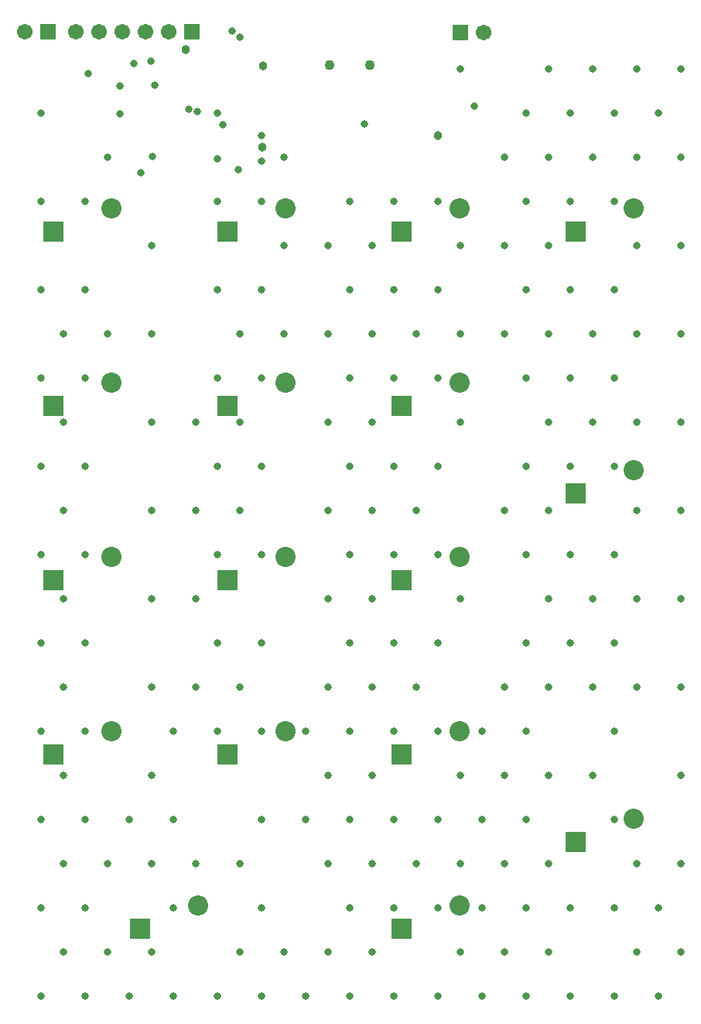
<source format=gbs>
G04*
G04 #@! TF.GenerationSoftware,Altium Limited,Altium Designer,21.3.2 (30)*
G04*
G04 Layer_Color=16711935*
%FSLAX25Y25*%
%MOIN*%
G70*
G04*
G04 #@! TF.SameCoordinates,2B475E60-5533-4C64-9BAB-B6E77246D606*
G04*
G04*
G04 #@! TF.FilePolarity,Negative*
G04*
G01*
G75*
%ADD44C,0.08674*%
%ADD45R,0.06706X0.06706*%
%ADD46C,0.06706*%
%ADD47C,0.04343*%
%ADD48R,0.08674X0.08674*%
%ADD49C,0.03800*%
%ADD50C,0.03162*%
D44*
X47951Y357951D02*
D03*
X122951D02*
D03*
X197951D02*
D03*
X272951D02*
D03*
X47951Y282951D02*
D03*
X122951D02*
D03*
X197951D02*
D03*
X272951Y245451D02*
D03*
X47951Y207951D02*
D03*
X122951D02*
D03*
X197951D02*
D03*
X272951Y95451D02*
D03*
X47951Y132951D02*
D03*
X122951D02*
D03*
X197951D02*
D03*
X85451Y57951D02*
D03*
X197951D02*
D03*
D45*
X198169Y433626D02*
D03*
X20500Y434000D02*
D03*
X82500D02*
D03*
D46*
X208169Y433626D02*
D03*
X10500Y434000D02*
D03*
X72500D02*
D03*
X62500D02*
D03*
X52500D02*
D03*
X42500D02*
D03*
X32500D02*
D03*
D47*
X141839Y419768D02*
D03*
X159161D02*
D03*
D48*
X60451Y47951D02*
D03*
X22951Y122951D02*
D03*
Y197951D02*
D03*
Y272951D02*
D03*
Y347951D02*
D03*
X97951D02*
D03*
X172951D02*
D03*
X247951D02*
D03*
Y235451D02*
D03*
X172951Y272951D02*
D03*
X97951D02*
D03*
X247951Y85451D02*
D03*
X172951Y197951D02*
D03*
X97951D02*
D03*
X172951Y122951D02*
D03*
X97951D02*
D03*
X172951Y47951D02*
D03*
D49*
X113000Y384500D02*
D03*
X113400Y419300D02*
D03*
X80000Y426500D02*
D03*
X188500Y389500D02*
D03*
D50*
X99900Y434400D02*
D03*
X274200Y380100D02*
D03*
Y38100D02*
D03*
X160200D02*
D03*
X36700Y361100D02*
D03*
X198200Y418100D02*
D03*
X245700Y285100D02*
D03*
X169700Y323100D02*
D03*
X274200Y304100D02*
D03*
X46200Y76100D02*
D03*
X93700Y399100D02*
D03*
X264700Y95100D02*
D03*
X150700Y57100D02*
D03*
X36700Y285100D02*
D03*
X293200Y38100D02*
D03*
X274200Y152100D02*
D03*
X264700Y19100D02*
D03*
X93700Y209100D02*
D03*
X264700Y171100D02*
D03*
X141200Y266100D02*
D03*
X103200Y152100D02*
D03*
X236200Y418100D02*
D03*
X283700Y19100D02*
D03*
X74700D02*
D03*
X188700Y285100D02*
D03*
X141200Y114100D02*
D03*
X169700Y285100D02*
D03*
X188700Y361100D02*
D03*
X236200Y266100D02*
D03*
X65200Y38100D02*
D03*
X160200Y76100D02*
D03*
X27200Y266100D02*
D03*
X112700Y95100D02*
D03*
X207700Y133100D02*
D03*
X55700Y19100D02*
D03*
X236200Y38100D02*
D03*
X17700Y57100D02*
D03*
X112700Y19100D02*
D03*
X245700Y399100D02*
D03*
X293200Y266100D02*
D03*
X36700Y209100D02*
D03*
X65200Y228100D02*
D03*
X160200Y342100D02*
D03*
X188700Y19100D02*
D03*
X264700Y399100D02*
D03*
X112700Y247100D02*
D03*
X122200Y380100D02*
D03*
X217200D02*
D03*
X236200Y228100D02*
D03*
X293200Y114100D02*
D03*
X160200Y266100D02*
D03*
X93700Y323100D02*
D03*
X112700Y285100D02*
D03*
X150700Y95100D02*
D03*
X236200Y114100D02*
D03*
X141200Y304100D02*
D03*
X93700Y361100D02*
D03*
X245700Y247100D02*
D03*
X122200Y38100D02*
D03*
X46200Y304100D02*
D03*
X36700Y171100D02*
D03*
X188700D02*
D03*
X84200Y266100D02*
D03*
X150700Y285100D02*
D03*
X169700Y171100D02*
D03*
X207700Y95100D02*
D03*
X293200Y418100D02*
D03*
X179200Y76100D02*
D03*
X141200Y38100D02*
D03*
X36700Y133100D02*
D03*
X198200Y114100D02*
D03*
X150700Y171100D02*
D03*
X17700Y209100D02*
D03*
X188700Y95100D02*
D03*
X131700Y19100D02*
D03*
X188700Y133100D02*
D03*
X74700Y57100D02*
D03*
X236200Y76100D02*
D03*
X36700Y57100D02*
D03*
X65200Y114100D02*
D03*
X93700Y285100D02*
D03*
X217200Y76100D02*
D03*
X255200Y114100D02*
D03*
X226700Y247100D02*
D03*
X198200Y38100D02*
D03*
X283700Y399100D02*
D03*
X27200Y228100D02*
D03*
X103200Y304100D02*
D03*
X160200D02*
D03*
X198200Y266100D02*
D03*
X27200Y114100D02*
D03*
X84200Y152100D02*
D03*
X65200Y304100D02*
D03*
X226700Y323100D02*
D03*
X65200Y266100D02*
D03*
X27200Y152100D02*
D03*
X274200Y76100D02*
D03*
X169700Y95100D02*
D03*
X264700Y361100D02*
D03*
X27200Y76100D02*
D03*
X36700Y323100D02*
D03*
X103200Y228100D02*
D03*
X46200Y380100D02*
D03*
X17700Y19100D02*
D03*
X112700Y171100D02*
D03*
X169700Y19100D02*
D03*
X65200Y342100D02*
D03*
X131700Y95100D02*
D03*
X226700Y285100D02*
D03*
Y209100D02*
D03*
X169700Y247100D02*
D03*
X217200Y38100D02*
D03*
X245700Y361100D02*
D03*
X36700Y19100D02*
D03*
X245700Y57100D02*
D03*
X27200Y190100D02*
D03*
X188700Y209100D02*
D03*
X226700Y57100D02*
D03*
X264700Y133100D02*
D03*
X236200Y342100D02*
D03*
X65200Y152100D02*
D03*
X236200Y380100D02*
D03*
X17700Y133100D02*
D03*
X255200Y190100D02*
D03*
X169700Y361100D02*
D03*
X122200Y342100D02*
D03*
X27200Y304100D02*
D03*
X65200Y190100D02*
D03*
X236200D02*
D03*
X226700Y399100D02*
D03*
X274200Y228100D02*
D03*
X84200Y190100D02*
D03*
X264700Y209100D02*
D03*
X226700Y95100D02*
D03*
X274200Y266100D02*
D03*
X17700Y399100D02*
D03*
X179200Y228100D02*
D03*
X226700Y133100D02*
D03*
X274200Y418100D02*
D03*
X293200Y304100D02*
D03*
X150700Y133100D02*
D03*
X93700D02*
D03*
X188700Y57100D02*
D03*
X36700Y95100D02*
D03*
X255200Y418100D02*
D03*
X150700Y209100D02*
D03*
X141200Y342100D02*
D03*
X112700Y209100D02*
D03*
X217200Y114100D02*
D03*
X122200Y304100D02*
D03*
X141200Y152100D02*
D03*
X217200D02*
D03*
X17700Y361100D02*
D03*
X226700D02*
D03*
X293200Y152100D02*
D03*
X93700Y19100D02*
D03*
X188700Y323100D02*
D03*
X198200Y76100D02*
D03*
X65200D02*
D03*
X207700Y57100D02*
D03*
X245700Y171100D02*
D03*
Y209100D02*
D03*
X141200Y228100D02*
D03*
X217200D02*
D03*
X141200Y76100D02*
D03*
X283700Y57100D02*
D03*
X188700Y247100D02*
D03*
X150700D02*
D03*
X264700Y285100D02*
D03*
X198200Y190100D02*
D03*
X150700Y323100D02*
D03*
X293200Y228100D02*
D03*
X74700Y133100D02*
D03*
X84200Y76100D02*
D03*
X255200Y152100D02*
D03*
X236200D02*
D03*
X27200Y38100D02*
D03*
X207700Y19100D02*
D03*
X112700Y57100D02*
D03*
X264700Y247100D02*
D03*
X293200Y190100D02*
D03*
X236200Y304100D02*
D03*
X17700Y247100D02*
D03*
Y95100D02*
D03*
Y285100D02*
D03*
X169700Y133100D02*
D03*
X112700Y361100D02*
D03*
Y133100D02*
D03*
X169700Y209100D02*
D03*
X245700Y323100D02*
D03*
X160200Y228100D02*
D03*
X293200Y342100D02*
D03*
X112700Y323100D02*
D03*
X150700Y19100D02*
D03*
X169700Y57100D02*
D03*
X103200Y76100D02*
D03*
X141200Y190100D02*
D03*
X17700Y171100D02*
D03*
X255200Y380100D02*
D03*
X160200Y190100D02*
D03*
X17700Y323100D02*
D03*
X103200Y266100D02*
D03*
X179200Y304100D02*
D03*
X36700Y247100D02*
D03*
X293200Y380100D02*
D03*
X46200Y38100D02*
D03*
X74700Y95100D02*
D03*
X264700Y57100D02*
D03*
X255200Y304100D02*
D03*
X131700Y133100D02*
D03*
X198200Y304100D02*
D03*
X84200Y228100D02*
D03*
X160200Y114100D02*
D03*
X103200Y38100D02*
D03*
X226700Y19100D02*
D03*
X160200Y152100D02*
D03*
X274200Y342100D02*
D03*
X264700Y323100D02*
D03*
X93700Y247100D02*
D03*
X179200Y152100D02*
D03*
X255200Y266100D02*
D03*
X150700Y361100D02*
D03*
X293200Y76100D02*
D03*
X245700Y19100D02*
D03*
X55700Y95100D02*
D03*
X93700Y171100D02*
D03*
X274200Y190100D02*
D03*
X226700Y171100D02*
D03*
X217200Y342100D02*
D03*
X198200D02*
D03*
X217200Y304100D02*
D03*
X204400Y402000D02*
D03*
X157000Y394400D02*
D03*
X51700Y398700D02*
D03*
X51600Y410800D02*
D03*
X37800Y416000D02*
D03*
X103200Y431600D02*
D03*
X102600Y374800D02*
D03*
X112500Y378300D02*
D03*
X66700Y411000D02*
D03*
X64900Y421200D02*
D03*
X57600Y420400D02*
D03*
X81400Y400760D02*
D03*
X85000Y399600D02*
D03*
X112500Y389500D02*
D03*
X96100Y394000D02*
D03*
X93700Y379500D02*
D03*
X60600Y373300D02*
D03*
X65700Y380500D02*
D03*
M02*

</source>
